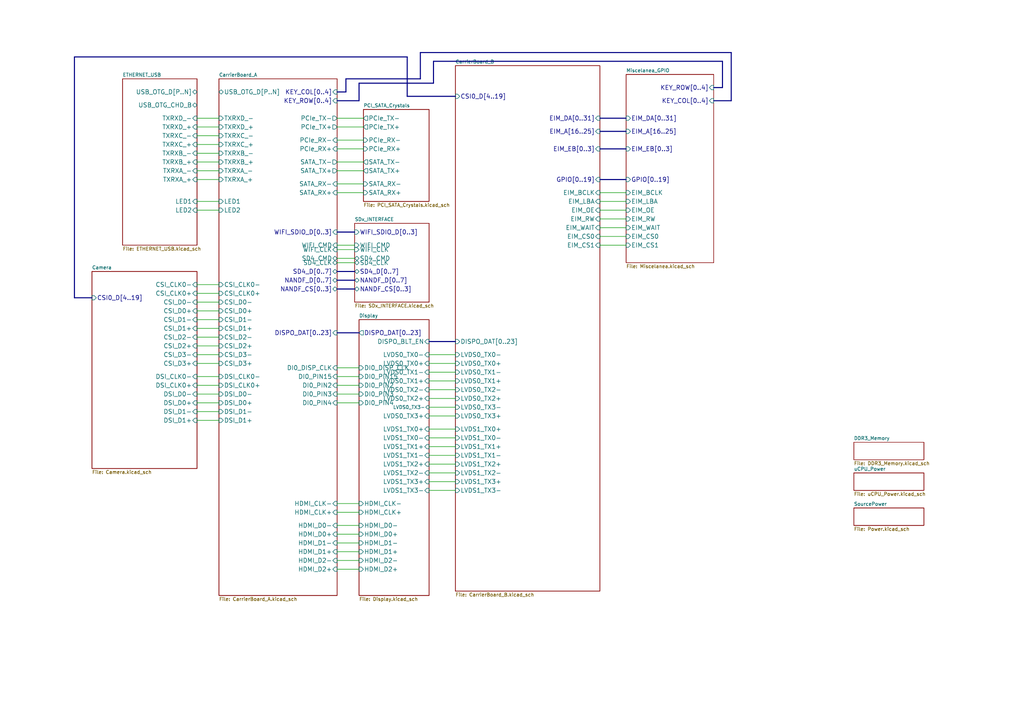
<source format=kicad_sch>
(kicad_sch (version 20211123) (generator eeschema)
  (paper "A4")
  (bus (pts (xy 181.61 34.29) (xy 173.99 34.29)))
  (wire (pts (xy 124.46 129.54) (xy 132.08 129.54)))
  (bus (pts (xy 118.11 16.51) (xy 118.11 27.94)))
  (wire (pts (xy 97.79 165.1) (xy 104.14 165.1)))
  (wire (pts (xy 57.15 114.3) (xy 63.5 114.3)))
  (wire (pts (xy 57.15 44.45) (xy 63.5 44.45)))
  (wire (pts (xy 57.15 36.83) (xy 63.5 36.83)))
  (bus (pts (xy 118.11 27.94) (xy 132.08 27.94)))
  (wire (pts (xy 97.79 109.22) (xy 104.14 109.22)))
  (wire (pts (xy 63.5 97.79) (xy 57.15 97.79)))
  (bus (pts (xy 104.14 96.52) (xy 97.79 96.52)))
  (wire (pts (xy 57.15 121.92) (xy 63.5 121.92)))
  (wire (pts (xy 105.41 40.64) (xy 97.79 40.64)))
  (wire (pts (xy 97.79 148.59) (xy 104.14 148.59)))
  (wire (pts (xy 57.15 119.38) (xy 63.5 119.38)))
  (bus (pts (xy 102.87 67.31) (xy 97.79 67.31)))
  (wire (pts (xy 102.87 76.2) (xy 97.79 76.2)))
  (wire (pts (xy 173.99 71.12) (xy 181.61 71.12)))
  (wire (pts (xy 63.5 58.42) (xy 57.15 58.42)))
  (bus (pts (xy 124.46 99.06) (xy 132.08 99.06)))
  (wire (pts (xy 173.99 60.96) (xy 181.61 60.96)))
  (wire (pts (xy 63.5 52.07) (xy 57.15 52.07)))
  (bus (pts (xy 121.92 15.24) (xy 212.09 15.24)))
  (wire (pts (xy 105.41 34.29) (xy 97.79 34.29)))
  (wire (pts (xy 124.46 137.16) (xy 132.08 137.16)))
  (bus (pts (xy 21.59 16.51) (xy 118.11 16.51)))
  (wire (pts (xy 97.79 116.84) (xy 104.14 116.84)))
  (wire (pts (xy 105.41 46.99) (xy 97.79 46.99)))
  (wire (pts (xy 63.5 41.91) (xy 57.15 41.91)))
  (wire (pts (xy 102.87 74.93) (xy 97.79 74.93)))
  (bus (pts (xy 21.59 86.36) (xy 21.59 16.51)))
  (wire (pts (xy 57.15 116.84) (xy 63.5 116.84)))
  (wire (pts (xy 63.5 102.87) (xy 57.15 102.87)))
  (wire (pts (xy 57.15 95.25) (xy 63.5 95.25)))
  (wire (pts (xy 124.46 134.62) (xy 132.08 134.62)))
  (bus (pts (xy 102.87 83.82) (xy 97.79 83.82)))
  (bus (pts (xy 212.09 29.21) (xy 207.01 29.21)))
  (wire (pts (xy 63.5 87.63) (xy 57.15 87.63)))
  (bus (pts (xy 173.99 43.18) (xy 181.61 43.18)))
  (bus (pts (xy 121.92 22.86) (xy 100.33 22.86)))
  (bus (pts (xy 100.33 26.67) (xy 97.79 26.67)))
  (wire (pts (xy 181.61 58.42) (xy 173.99 58.42)))
  (wire (pts (xy 105.41 43.18) (xy 97.79 43.18)))
  (bus (pts (xy 209.55 25.4) (xy 209.55 17.78)))
  (wire (pts (xy 57.15 85.09) (xy 63.5 85.09)))
  (wire (pts (xy 63.5 92.71) (xy 57.15 92.71)))
  (wire (pts (xy 97.79 71.12) (xy 102.87 71.12)))
  (wire (pts (xy 57.15 105.41) (xy 63.5 105.41)))
  (wire (pts (xy 124.46 107.95) (xy 132.08 107.95)))
  (bus (pts (xy 125.73 17.78) (xy 209.55 17.78)))
  (wire (pts (xy 63.5 34.29) (xy 57.15 34.29)))
  (wire (pts (xy 105.41 55.88) (xy 97.79 55.88)))
  (wire (pts (xy 97.79 106.68) (xy 104.14 106.68)))
  (wire (pts (xy 124.46 118.11) (xy 132.08 118.11)))
  (wire (pts (xy 104.14 146.05) (xy 97.79 146.05)))
  (wire (pts (xy 105.41 49.53) (xy 97.79 49.53)))
  (wire (pts (xy 173.99 66.04) (xy 181.61 66.04)))
  (wire (pts (xy 181.61 63.5) (xy 173.99 63.5)))
  (wire (pts (xy 124.46 110.49) (xy 132.08 110.49)))
  (bus (pts (xy 102.87 78.74) (xy 97.79 78.74)))
  (bus (pts (xy 104.14 24.13) (xy 125.73 24.13)))
  (bus (pts (xy 207.01 25.4) (xy 209.55 25.4)))
  (wire (pts (xy 97.79 114.3) (xy 104.14 114.3)))
  (wire (pts (xy 97.79 154.94) (xy 104.14 154.94)))
  (wire (pts (xy 97.79 111.76) (xy 104.14 111.76)))
  (bus (pts (xy 104.14 29.21) (xy 104.14 24.13)))
  (wire (pts (xy 181.61 68.58) (xy 173.99 68.58)))
  (wire (pts (xy 124.46 113.03) (xy 132.08 113.03)))
  (bus (pts (xy 97.79 29.21) (xy 104.14 29.21)))
  (wire (pts (xy 63.5 82.55) (xy 57.15 82.55)))
  (wire (pts (xy 124.46 120.65) (xy 132.08 120.65)))
  (wire (pts (xy 102.87 72.39) (xy 97.79 72.39)))
  (wire (pts (xy 124.46 115.57) (xy 132.08 115.57)))
  (bus (pts (xy 121.92 15.24) (xy 121.92 22.86)))
  (bus (pts (xy 125.73 24.13) (xy 125.73 17.78)))
  (bus (pts (xy 97.79 81.28) (xy 102.87 81.28)))
  (bus (pts (xy 212.09 15.24) (xy 212.09 29.21)))
  (wire (pts (xy 57.15 49.53) (xy 63.5 49.53)))
  (wire (pts (xy 132.08 127) (xy 124.46 127)))
  (wire (pts (xy 57.15 100.33) (xy 63.5 100.33)))
  (wire (pts (xy 124.46 105.41) (xy 132.08 105.41)))
  (wire (pts (xy 132.08 139.7) (xy 124.46 139.7)))
  (bus (pts (xy 100.33 22.86) (xy 100.33 26.67)))
  (bus (pts (xy 26.67 86.36) (xy 21.59 86.36)))
  (wire (pts (xy 57.15 90.17) (xy 63.5 90.17)))
  (wire (pts (xy 57.15 60.96) (xy 63.5 60.96)))
  (wire (pts (xy 124.46 142.24) (xy 132.08 142.24)))
  (wire (pts (xy 97.79 162.56) (xy 104.14 162.56)))
  (wire (pts (xy 97.79 152.4) (xy 104.14 152.4)))
  (wire (pts (xy 173.99 55.88) (xy 181.61 55.88)))
  (wire (pts (xy 124.46 102.87) (xy 132.08 102.87)))
  (wire (pts (xy 124.46 124.46) (xy 132.08 124.46)))
  (wire (pts (xy 132.08 132.08) (xy 124.46 132.08)))
  (wire (pts (xy 57.15 111.76) (xy 63.5 111.76)))
  (bus (pts (xy 181.61 52.07) (xy 173.99 52.07)))
  (wire (pts (xy 63.5 109.22) (xy 57.15 109.22)))
  (wire (pts (xy 97.79 160.02) (xy 104.14 160.02)))
  (wire (pts (xy 63.5 46.99) (xy 57.15 46.99)))
  (wire (pts (xy 97.79 157.48) (xy 104.14 157.48)))
  (wire (pts (xy 105.41 53.34) (xy 97.79 53.34)))
  (bus (pts (xy 181.61 38.1) (xy 173.99 38.1)))
  (wire (pts (xy 105.41 36.83) (xy 97.79 36.83)))
  (wire (pts (xy 63.5 39.37) (xy 57.15 39.37)))
  (symbol (lib_id "IMXDesign-rescue:MCIMX6QP5EVT-CPU_NXP_IMX") (at 339.09 29.21 0) (unit 2)
    (property "Reference" "U1" (at 318.008 25.3238 0) (effects (justify right)))
    (property "Value" "MCIMX6QP5EVT" (at 318.008 27.6352 0) (effects (justify right)))
    (property "Footprint" "Package_BGA:BGA-624_21.0x21.0mm_Layout25x25_P0.8mm" (effects hide))
    (property "Datasheet" "https://www.nxp.com/docs/en/data-sheet/IMX6DQPCEC.pdf" (effects hide))
  )
  (symbol (lib_id "IMXDesign-rescue:MCIMX6QP5EVT-CPU_NXP_IMX") (at 400.05 36.83 0) (unit 3)
    (property "Reference" "U1" (at 400.05 24.9682 0))
    (property "Value" "MCIMX6QP5EVT" (at 400.05 27.2796 0))
    (property "Footprint" "Package_BGA:BGA-624_21.0x21.0mm_Layout25x25_P0.8mm" (effects hide))
    (property "Datasheet" "https://www.nxp.com/docs/en/data-sheet/IMX6DQPCEC.pdf" (effects hide))
  )
  (symbol (lib_id "IMXDesign-rescue:MCIMX6QP5EVT-CPU_NXP_IMX") (at 337.82 58.42 0) (unit 4)
    (property "Reference" "U1" (at 337.82 41.4782 0))
    (property "Value" "MCIMX6QP5EVT" (at 337.82 43.7896 0))
    (property "Footprint" "Package_BGA:BGA-624_21.0x21.0mm_Layout25x25_P0.8mm" (effects hide))
    (property "Datasheet" "https://www.nxp.com/docs/en/data-sheet/IMX6DQPCEC.pdf" (effects hide))
  )
  (symbol (lib_id "IMXDesign-rescue:MCIMX6QP5EVT-CPU_NXP_IMX") (at 402.59 59.69 0) (unit 12)
    (property "Reference" "U1" (at 381.508 55.8038 0) (effects (justify right)))
    (property "Value" "MCIMX6QP5EVT" (at 381.508 58.1152 0) (effects (justify right)))
    (property "Footprint" "Package_BGA:BGA-624_21.0x21.0mm_Layout25x25_P0.8mm" (effects hide))
    (property "Datasheet" "https://www.nxp.com/docs/en/data-sheet/IMX6DQPCEC.pdf" (effects hide))
  )
  (sheet (at 247.65 147.32) (size 20.32 5.08)
    (property "Sheet name" "SourcePower" (at 247.65 146.7481 0) (effects (font (size 0.9906 0.9906)) (justify left bottom)))
    (property "Sheet file" "Power.kicad_sch" (at 247.65 152.8728 0) (effects (font (size 0.9906 0.9906)) (justify left top)))
  )
  (sheet (at 247.65 137.16) (size 20.32 5.08)
    (property "Sheet name" "uCPU_Power" (at 247.65 136.5881 0) (effects (font (size 0.9906 0.9906)) (justify left bottom)))
    (property "Sheet file" "uCPU_Power.kicad_sch" (at 247.65 142.7128 0) (effects (font (size 0.9906 0.9906)) (justify left top)))
  )
  (sheet (at 105.41 31.75) (size 19.05 26.67)
    (property "Sheet name" "PCI_SATA_Crystals" (at 105.41 31.1781 0) (effects (font (size 0.9906 0.9906)) (justify left bottom)))
    (property "Sheet file" "PCI_SATA_Crystals.kicad_sch" (at 105.41 58.8928 0) (effects (font (size 0.9906 0.9906)) (justify left top)))
    (pin "PCIe_RX-" input (at 105.41 40.64 180))
    (pin "PCIe_RX+" input (at 105.41 43.18 180))
    (pin "PCIe_TX-" output (at 105.41 34.29 180))
    (pin "PCIe_TX+" output (at 105.41 36.83 180))
    (pin "SATA_TX-" output (at 105.41 46.99 180))
    (pin "SATA_TX+" output (at 105.41 49.53 180))
    (pin "SATA_RX-" input (at 105.41 53.34 180))
    (pin "SATA_RX+" input (at 105.41 55.88 180))
  )
  (sheet (at 104.14 92.71) (size 20.32 80.01)
    (property "Sheet name" "Display" (at 104.14 92.1381 0) (effects (font (size 0.9906 0.9906)) (justify left bottom)))
    (property "Sheet file" "Display.kicad_sch" (at 104.14 173.1928 0) (effects (font (size 0.9906 0.9906)) (justify left top)))
    (pin "DISPO_DAT[0..23]" output (at 104.14 96.52 180))
    (pin "DISPO_BLT_EN" input (at 124.46 99.06 0))
    (pin "LVDS0_TX0-" input (at 124.46 102.87 0))
    (pin "LVDS0_TX1-" input (at 124.46 107.95 0))
    (pin "LVDS0_TX2-" input (at 124.46 113.03 0))
    (pin "LVDS0_TX3-" input (at 124.46 118.11 0) (effects (font (size 0.9906 0.9906))))
    (pin "LVDS0_TX0+" input (at 124.46 105.41 0))
    (pin "LVDS0_TX1+" input (at 124.46 110.49 0))
    (pin "LVDS0_TX2+" input (at 124.46 115.57 0))
    (pin "LVDS0_TX3+" input (at 124.46 120.65 0))
    (pin "LVDS1_TX3+" input (at 124.46 139.7 0))
    (pin "LVDS1_TX2+" input (at 124.46 134.62 0))
    (pin "LVDS1_TX1+" input (at 124.46 129.54 0))
    (pin "LVDS1_TX0+" input (at 124.46 124.46 0))
    (pin "LVDS1_TX3-" input (at 124.46 142.24 0))
    (pin "LVDS1_TX2-" input (at 124.46 137.16 0))
    (pin "LVDS1_TX1-" input (at 124.46 132.08 0))
    (pin "LVDS1_TX0-" input (at 124.46 127 0))
    (pin "HDMI_CLK-" input (at 104.14 146.05 180))
    (pin "HDMI_CLK+" input (at 104.14 148.59 180))
    (pin "HDMI_D0-" input (at 104.14 152.4 180))
    (pin "HDMI_D0+" input (at 104.14 154.94 180))
    (pin "HDMI_D1-" input (at 104.14 157.48 180))
    (pin "HDMI_D1+" input (at 104.14 160.02 180))
    (pin "HDMI_D2-" input (at 104.14 162.56 180))
    (pin "HDMI_D2+" input (at 104.14 165.1 180))
    (pin "DI0_DISP_CLK" input (at 104.14 106.68 180))
    (pin "DI0_PIN15" input (at 104.14 109.22 180))
    (pin "DI0_PIN2" input (at 104.14 111.76 180))
    (pin "DI0_PIN3" input (at 104.14 114.3 180))
    (pin "DI0_PIN4" input (at 104.14 116.84 180))
  )
  (sheet (at 35.56 22.86) (size 21.59 48.26)
    (property "Sheet name" "ETHERNET_USB" (at 35.56 22.2881 0) (effects (font (size 0.9906 0.9906)) (justify left bottom)))
    (property "Sheet file" "ETHERNET_USB.kicad_sch" (at 35.56 71.5928 0) (effects (font (size 0.9906 0.9906)) (justify left top)))
    (pin "USB_OTG_CHD_B" bidirectional (at 57.15 30.48 0))
    (pin "USB_OTG_D[P..N]" bidirectional (at 57.15 26.67 0))
    (pin "TXRXD_-" input (at 57.15 34.29 0))
    (pin "TXRXD_+" input (at 57.15 36.83 0))
    (pin "TXRXC_-" input (at 57.15 39.37 0))
    (pin "TXRXC_+" input (at 57.15 41.91 0))
    (pin "TXRXB_-" input (at 57.15 44.45 0))
    (pin "TXRXB_+" input (at 57.15 46.99 0))
    (pin "TXRXA_-" input (at 57.15 49.53 0))
    (pin "TXRXA_+" input (at 57.15 52.07 0))
    (pin "LED2" input (at 57.15 60.96 0))
    (pin "LED1" input (at 57.15 58.42 0))
  )
  (sheet (at 63.5 22.86) (size 34.29 149.86)
    (property "Sheet name" "CarrierBoard_A" (at 63.5 22.2881 0) (effects (font (size 0.9906 0.9906)) (justify left bottom)))
    (property "Sheet file" "CarrierBoard_A.kicad_sch" (at 63.5 173.1928 0) (effects (font (size 0.9906 0.9906)) (justify left top)))
    (pin "PCIe_TX-" output (at 97.79 34.29 0))
    (pin "PCIe_TX+" output (at 97.79 36.83 0))
    (pin "PCIe_RX-" input (at 97.79 40.64 0))
    (pin "PCIe_RX+" input (at 97.79 43.18 0))
    (pin "SATA_TX-" output (at 97.79 46.99 0))
    (pin "SATA_TX+" output (at 97.79 49.53 0))
    (pin "SATA_RX-" input (at 97.79 53.34 0))
    (pin "SATA_RX+" input (at 97.79 55.88 0))
    (pin "DISPO_DAT[0..23]" input (at 97.79 96.52 0))
    (pin "WIFI_CLK" input (at 97.79 72.39 0))
    (pin "WIFI_CMD" input (at 97.79 71.12 0))
    (pin "USB_OTG_D[P..N]" bidirectional (at 63.5 26.67 180))
    (pin "SD4_CLK" bidirectional (at 97.79 76.2 0))
    (pin "SD4_D[0..7]" bidirectional (at 97.79 78.74 0))
    (pin "SD4_CMD" bidirectional (at 97.79 74.93 0))
    (pin "TXRXD_-" input (at 63.5 34.29 180))
    (pin "TXRXD_+" input (at 63.5 36.83 180))
    (pin "TXRXC_-" input (at 63.5 39.37 180))
    (pin "TXRXC_+" input (at 63.5 41.91 180))
    (pin "TXRXB_-" input (at 63.5 44.45 180))
    (pin "TXRXB_+" input (at 63.5 46.99 180))
    (pin "TXRXA_-" input (at 63.5 49.53 180))
    (pin "TXRXA_+" input (at 63.5 52.07 180))
    (pin "LED2" input (at 63.5 60.96 180))
    (pin "LED1" input (at 63.5 58.42 180))
    (pin "HDMI_CLK-" input (at 97.79 146.05 0))
    (pin "HDMI_CLK+" input (at 97.79 148.59 0))
    (pin "HDMI_D0-" input (at 97.79 152.4 0))
    (pin "HDMI_D0+" input (at 97.79 154.94 0))
    (pin "HDMI_D1-" input (at 97.79 157.48 0))
    (pin "HDMI_D1+" input (at 97.79 160.02 0))
    (pin "HDMI_D2-" input (at 97.79 162.56 0))
    (pin "HDMI_D2+" input (at 97.79 165.1 0))
    (pin "CSI_CLK0-" input (at 63.5 82.55 180))
    (pin "CSI_CLK0+" input (at 63.5 85.09 180))
    (pin "CSI_D0-" input (at 63.5 87.63 180))
    (pin "CSI_D0+" input (at 63.5 90.17 180))
    (pin "CSI_D1-" input (at 63.5 92.71 180))
    (pin "CSI_D1+" input (at 63.5 95.25 180))
    (pin "CSI_D2-" input (at 63.5 97.79 180))
    (pin "CSI_D2+" input (at 63.5 100.33 180))
    (pin "CSI_D3-" input (at 63.5 102.87 180))
    (pin "CSI_D3+" input (at 63.5 105.41 180))
    (pin "DSI_CLK0-" input (at 63.5 109.22 180))
    (pin "DSI_CLK0+" input (at 63.5 111.76 180))
    (pin "DSI_D0-" input (at 63.5 114.3 180))
    (pin "DSI_D0+" input (at 63.5 116.84 180))
    (pin "DSI_D1-" input (at 63.5 119.38 180))
    (pin "DSI_D1+" input (at 63.5 121.92 180))
    (pin "WIFI_SDIO_D[0..3]" input (at 97.79 67.31 0))
    (pin "KEY_COL[0..4]" input (at 97.79 26.67 0))
    (pin "KEY_ROW[0..4]" input (at 97.79 29.21 0))
    (pin "DI0_DISP_CLK" input (at 97.79 106.68 0))
    (pin "DI0_PIN15" input (at 97.79 109.22 0))
    (pin "DI0_PIN2" input (at 97.79 111.76 0))
    (pin "DI0_PIN3" input (at 97.79 114.3 0))
    (pin "DI0_PIN4" input (at 97.79 116.84 0))
    (pin "NANDF_D[0..7]" bidirectional (at 97.79 81.28 0))
    (pin "NANDF_CS[0..3]" bidirectional (at 97.79 83.82 0))
  )
  (sheet (at 26.67 78.74) (size 30.48 57.15)
    (property "Sheet name" "Camera" (at 26.67 78.1681 0) (effects (font (size 0.9906 0.9906)) (justify left bottom)))
    (property "Sheet file" "Camera.kicad_sch" (at 26.67 136.3628 0) (effects (font (size 0.9906 0.9906)) (justify left top)))
    (pin "CSI_CLK0-" input (at 57.15 82.55 0))
    (pin "CSI_CLK0+" input (at 57.15 85.09 0))
    (pin "CSI_D0-" input (at 57.15 87.63 0))
    (pin "CSI_D0+" input (at 57.15 90.17 0))
    (pin "CSI_D1-" input (at 57.15 92.71 0))
    (pin "CSI_D1+" input (at 57.15 95.25 0))
    (pin "CSI_D2-" input (at 57.15 97.79 0))
    (pin "CSI_D2+" input (at 57.15 100.33 0))
    (pin "CSI_D3-" input (at 57.15 102.87 0))
    (pin "CSI_D3+" input (at 57.15 105.41 0))
    (pin "DSI_CLK0-" input (at 57.15 109.22 0))
    (pin "DSI_CLK0+" input (at 57.15 111.76 0))
    (pin "DSI_D0-" input (at 57.15 114.3 0))
    (pin "DSI_D0+" input (at 57.15 116.84 0))
    (pin "DSI_D1-" input (at 57.15 119.38 0))
    (pin "DSI_D1+" input (at 57.15 121.92 0))
    (pin "CSI0_D[4..19]" input (at 26.67 86.36 180))
  )
  (sheet (at 181.61 21.59) (size 25.4 54.61)
    (property "Sheet name" "Miscelanea_GPIO" (at 181.61 21.0181 0) (effects (font (size 0.9906 0.9906)) (justify left bottom)))
    (property "Sheet file" "Miscelanea.kicad_sch" (at 181.61 76.6728 0) (effects (font (size 0.9906 0.9906)) (justify left top)))
    (pin "EIM_DA[0..31]" input (at 181.61 34.29 180))
    (pin "EIM_A[16..25]" input (at 181.61 38.1 180))
    (pin "EIM_EB[0..3]" input (at 181.61 43.18 180))
    (pin "GPIO[0..19]" input (at 181.61 52.07 180))
    (pin "KEY_ROW[0..4]" input (at 207.01 25.4 0))
    (pin "KEY_COL[0..4]" input (at 207.01 29.21 0))
    (pin "EIM_BCLK" input (at 181.61 55.88 180))
    (pin "EIM_LBA" input (at 181.61 58.42 180))
    (pin "EIM_OE" input (at 181.61 60.96 180))
    (pin "EIM_RW" input (at 181.61 63.5 180))
    (pin "EIM_WAIT" input (at 181.61 66.04 180))
    (pin "EIM_CS0" input (at 181.61 68.58 180))
    (pin "EIM_CS1" input (at 181.61 71.12 180))
  )
  (sheet (at 102.87 64.77) (size 21.59 22.86)
    (property "Sheet name" "SDx_INTERFACE" (at 102.87 64.1981 0) (effects (font (size 0.9906 0.9906)) (justify left bottom)))
    (property "Sheet file" "SDx_INTERFACE.kicad_sch" (at 102.87 88.1028 0) (effects (font (size 0.9906 0.9906)) (justify left top)))
    (pin "WIFI_CMD" input (at 102.87 71.12 180))
    (pin "WIFI_CLK" input (at 102.87 72.39 180))
    (pin "SD4_CLK" bidirectional (at 102.87 76.2 180))
    (pin "SD4_D[0..7]" bidirectional (at 102.87 78.74 180))
    (pin "SD4_CMD" bidirectional (at 102.87 74.93 180))
    (pin "WIFI_SDIO_D[0..3]" input (at 102.87 67.31 180))
    (pin "NANDF_D[0..7]" bidirectional (at 102.87 81.28 180))
    (pin "NANDF_CS[0..3]" bidirectional (at 102.87 83.82 180))
  )
  (sheet (at 132.08 19.05) (size 41.91 152.4)
    (property "Sheet name" "CarrierBoard_B" (at 132.08 18.4781 0) (effects (font (size 0.9906 0.9906)) (justify left bottom)))
    (property "Sheet file" "CarrierBoard_B.kicad_sch" (at 132.08 171.9228 0) (effects (font (size 0.9906 0.9906)) (justify left top)))
    (pin "DISPO_DAT[0..23]" input (at 132.08 99.06 180))
    (pin "LVDS0_TX0-" input (at 132.08 102.87 180))
    (pin "LVDS0_TX1-" input (at 132.08 107.95 180))
    (pin "LVDS0_TX2-" input (at 132.08 113.03 180))
    (pin "LVDS0_TX3-" input (at 132.08 118.11 180))
    (pin "LVDS0_TX0+" input (at 132.08 105.41 180))
    (pin "LVDS0_TX1+" input (at 132.08 110.49 180))
    (pin "LVDS0_TX2+" input (at 132.08 115.57 180))
    (pin "LVDS0_TX3+" input (at 132.08 120.65 180))
    (pin "LVDS1_TX3+" input (at 132.08 139.7 180))
    (pin "LVDS1_TX2+" input (at 132.08 134.62 180))
    (pin "LVDS1_TX1+" input (at 132.08 129.54 180))
    (pin "LVDS1_TX0+" input (at 132.08 124.46 180))
    (pin "LVDS1_TX3-" input (at 132.08 142.24 180))
    (pin "LVDS1_TX2-" input (at 132.08 137.16 180))
    (pin "LVDS1_TX1-" input (at 132.08 132.08 180))
    (pin "LVDS1_TX0-" input (at 132.08 127 180))
    (pin "CSI0_D[4..19]" input (at 132.08 27.94 180))
    (pin "EIM_DA[0..31]" input (at 173.99 34.29 0))
    (pin "EIM_A[16..25]" input (at 173.99 38.1 0))
    (pin "EIM_EB[0..3]" input (at 173.99 43.18 0))
    (pin "GPIO[0..19]" input (at 173.99 52.07 0))
    (pin "EIM_BCLK" input (at 173.99 55.88 0))
    (pin "EIM_LBA" input (at 173.99 58.42 0))
    (pin "EIM_OE" input (at 173.99 60.96 0))
    (pin "EIM_RW" input (at 173.99 63.5 0))
    (pin "EIM_WAIT" input (at 173.99 66.04 0))
    (pin "EIM_CS0" input (at 173.99 68.58 0))
    (pin "EIM_CS1" input (at 173.99 71.12 0))
  )
  (sheet (at 247.65 128.27) (size 20.32 5.08)
    (property "Sheet name" "DDR3_Memory" (at 247.65 127.6981 0) (effects (font (size 0.9906 0.9906)) (justify left bottom)))
    (property "Sheet file" "DDR3_Memory.kicad_sch" (at 247.65 133.8228 0) (effects (font (size 0.9906 0.9906)) (justify left top)))
  )
)
</source>
